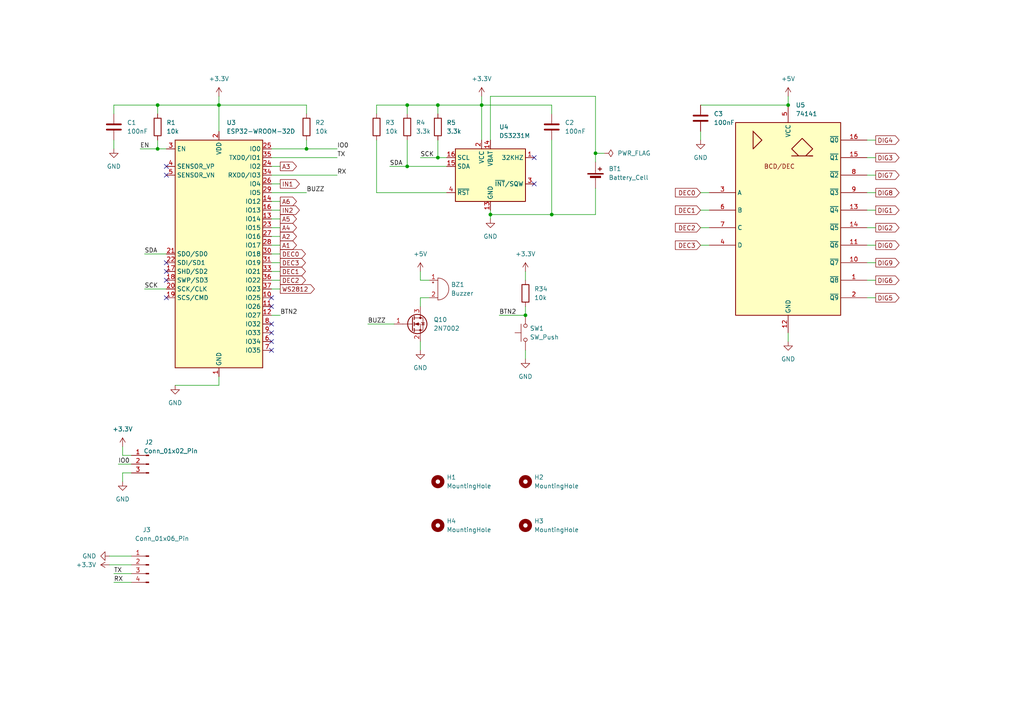
<source format=kicad_sch>
(kicad_sch (version 20230121) (generator eeschema)
  (paper "A4")
  (lib_symbols
    (symbol "74xx_IEEE:74141"
      (property "Reference" "U" (at 0 0 0))
      (property "Value" "74141" (at 15.24 -30.48 0))
      (symbol "74141_0_0"
        (polyline (pts (xy 7.112 18.288) (xy 6.096 18.288) (xy 6.096 18.288)) (stroke (width 0.254)) (fill (type background)))
        (polyline (pts (xy -10.16 25.4) (xy -10.16 20.32) (xy -7.62 22.86) (xy -10.16 25.4) (xy -10.16 25.4)) (stroke (width 0.254)) (fill (type background)))
        (polyline (pts (xy 5.08 18.288) (xy 7.112 20.32) (xy 4.064 23.368) (xy 1.016 20.32) (xy 3.048 18.288) (xy 1.016 18.288) (xy 7.112 18.288)) (stroke (width 0.254)) (fill (type background)))
        (text "BCD/DEC" (at -2.54 15.24 0) (effects (font (size 1.27 1.27))))
        (pin power_in line (at 0 -33.02 90) (length 5.08) (name "GND") (number "12"))
        (pin power_in line (at 0 33.02 270) (length 5.08) (name "VCC") (number "5"))
      )
      (symbol "74141_0_1"
        (rectangle (start -15.24 27.94) (end 15.24 -27.94) (stroke (width 0.254)) (fill (type background)))
      )
      (symbol "74141_1_1"
        (pin open_collector line (at 22.86 -17.78 180) (length 7.62) (name "~{Q8}") (number "1"))
        (pin open_collector line (at 22.86 -12.7 180) (length 7.62) (name "~{Q7}") (number "10"))
        (pin open_collector line (at 22.86 -7.62 180) (length 7.62) (name "~{Q6}") (number "11"))
        (pin open_collector line (at 22.86 2.54 180) (length 7.62) (name "~{Q4}") (number "13"))
        (pin open_collector line (at 22.86 -2.54 180) (length 7.62) (name "~{Q5}") (number "14"))
        (pin open_collector line (at 22.86 17.78 180) (length 7.62) (name "~{Q1}") (number "15"))
        (pin open_collector line (at 22.86 22.86 180) (length 7.62) (name "~{Q0}") (number "16"))
        (pin open_collector line (at 22.86 -22.86 180) (length 7.62) (name "~{Q9}") (number "2"))
        (pin input line (at -22.86 7.62 0) (length 7.62) (name "A") (number "3"))
        (pin input line (at -22.86 -7.62 0) (length 7.62) (name "D") (number "4"))
        (pin input line (at -22.86 2.54 0) (length 7.62) (name "B") (number "6"))
        (pin input line (at -22.86 -2.54 0) (length 7.62) (name "C") (number "7"))
        (pin open_collector line (at 22.86 12.7 180) (length 7.62) (name "~{Q2}") (number "8"))
        (pin open_collector line (at 22.86 7.62 180) (length 7.62) (name "~{Q3}") (number "9"))
      )
    )
    (symbol "Connector:Conn_01x03_Pin" (pin_names (offset 1.016) hide)
      (property "Reference" "J" (at 0 5.08 0))
      (property "Value" "Conn_01x03_Pin" (at 0 -5.08 0))
      (symbol "Conn_01x03_Pin_1_1"
        (polyline (pts (xy 1.27 -2.54) (xy 0.8636 -2.54)) (stroke (width 0.1524)))
        (polyline (pts (xy 1.27 0) (xy 0.8636 0)) (stroke (width 0.1524)))
        (polyline (pts (xy 1.27 2.54) (xy 0.8636 2.54)) (stroke (width 0.1524)))
        (rectangle (start 0.8636 -2.413) (end 0 -2.667) (stroke (width 0.1524)) (fill (type outline)))
        (rectangle (start 0.8636 0.127) (end 0 -0.127) (stroke (width 0.1524)) (fill (type outline)))
        (rectangle (start 0.8636 2.667) (end 0 2.413) (stroke (width 0.1524)) (fill (type outline)))
        (pin passive line (at 5.08 2.54 180) (length 3.81) (name "Pin_1") (number "1"))
        (pin passive line (at 5.08 0 180) (length 3.81) (name "Pin_2") (number "2"))
        (pin passive line (at 5.08 -2.54 180) (length 3.81) (name "Pin_3") (number "3"))
      )
    )
    (symbol "Connector:Conn_01x04_Pin" (pin_names (offset 1.016) hide)
      (property "Reference" "J" (at 0 5.08 0))
      (property "Value" "Conn_01x04_Pin" (at 0 -7.62 0))
      (symbol "Conn_01x04_Pin_1_1"
        (polyline (pts (xy 1.27 -5.08) (xy 0.8636 -5.08)) (stroke (width 0.1524)))
        (polyline (pts (xy 1.27 -2.54) (xy 0.8636 -2.54)) (stroke (width 0.1524)))
        (polyline (pts (xy 1.27 0) (xy 0.8636 0)) (stroke (width 0.1524)))
        (polyline (pts (xy 1.27 2.54) (xy 0.8636 2.54)) (stroke (width 0.1524)))
        (rectangle (start 0.8636 -4.953) (end 0 -5.207) (stroke (width 0.1524)) (fill (type outline)))
        (rectangle (start 0.8636 -2.413) (end 0 -2.667) (stroke (width 0.1524)) (fill (type outline)))
        (rectangle (start 0.8636 0.127) (end 0 -0.127) (stroke (width 0.1524)) (fill (type outline)))
        (rectangle (start 0.8636 2.667) (end 0 2.413) (stroke (width 0.1524)) (fill (type outline)))
        (pin passive line (at 5.08 2.54 180) (length 3.81) (name "Pin_1") (number "1"))
        (pin passive line (at 5.08 0 180) (length 3.81) (name "Pin_2") (number "2"))
        (pin passive line (at 5.08 -2.54 180) (length 3.81) (name "Pin_3") (number "3"))
        (pin passive line (at 5.08 -5.08 180) (length 3.81) (name "Pin_4") (number "4"))
      )
    )
    (symbol "Device:Battery_Cell" (pin_numbers hide) (pin_names (offset 0) hide)
      (property "Reference" "BT" (at 2.54 2.54 0))
      (property "Value" "Battery_Cell" (at 2.54 0 0))
      (symbol "Battery_Cell_0_1"
        (rectangle (start -2.286 1.778) (end 2.286 1.524) (fill (type outline)))
        (rectangle (start -1.524 1.016) (end 1.524 0.508) (fill (type outline)))
        (polyline (pts (xy 0 0.762) (xy 0 0)))
        (polyline (pts (xy 0 1.778) (xy 0 2.54)))
        (polyline (pts (xy 0.762 3.048) (xy 1.778 3.048)) (stroke (width 0.254)))
        (polyline (pts (xy 1.27 3.556) (xy 1.27 2.54)) (stroke (width 0.254)))
      )
      (symbol "Battery_Cell_1_1"
        (pin passive line (at 0 5.08 270) (length 2.54) (name "+") (number "1"))
        (pin passive line (at 0 -2.54 90) (length 2.54) (name "-") (number "2"))
      )
    )
    (symbol "Device:Buzzer" (pin_names (offset 0.0254) hide)
      (property "Reference" "BZ" (at 3.81 1.27 0))
      (property "Value" "Buzzer" (at 3.81 -1.27 0))
      (symbol "Buzzer_0_1"
        (arc (start 0 -3.175) (mid 3.1612 0) (end 0 3.175))
        (polyline (pts (xy -1.651 1.905) (xy -1.143 1.905)))
        (polyline (pts (xy -1.397 2.159) (xy -1.397 1.651)))
        (polyline (pts (xy 0 3.175) (xy 0 -3.175)))
      )
      (symbol "Buzzer_1_1"
        (pin passive line (at -2.54 2.54 0) (length 2.54) (name "+") (number "1"))
        (pin passive line (at -2.54 -2.54 0) (length 2.54) (name "-") (number "2"))
      )
    )
    (symbol "Device:C" (pin_numbers hide) (pin_names (offset 0.254))
      (property "Reference" "C" (at 0.635 2.54 0))
      (property "Value" "C" (at 0.635 -2.54 0))
      (symbol "C_0_1"
        (polyline (pts (xy -2.032 -0.762) (xy 2.032 -0.762)) (stroke (width 0.508)))
        (polyline (pts (xy -2.032 0.762) (xy 2.032 0.762)) (stroke (width 0.508)))
      )
      (symbol "C_1_1"
        (pin passive line (at 0 3.81 270) (length 2.794) (name "~") (number "1"))
        (pin passive line (at 0 -3.81 90) (length 2.794) (name "~") (number "2"))
      )
    )
    (symbol "Device:R" (pin_numbers hide) (pin_names (offset 0))
      (property "Reference" "R" (at 2.032 0 90))
      (property "Value" "R" (at 0 0 90))
      (symbol "R_0_1"
        (rectangle (start -1.016 -2.54) (end 1.016 2.54) (stroke (width 0.254)))
      )
      (symbol "R_1_1"
        (pin passive line (at 0 3.81 270) (length 1.27) (name "~") (number "1"))
        (pin passive line (at 0 -3.81 90) (length 1.27) (name "~") (number "2"))
      )
    )
    (symbol "Mechanical:MountingHole" (pin_names (offset 1.016))
      (property "Reference" "H" (at 0 5.08 0))
      (property "Value" "MountingHole" (at 0 3.175 0))
      (symbol "MountingHole_0_1"
        (circle (center 0 0) (radius 1.27) (stroke (width 1.27)))
      )
    )
    (symbol "RF_Module:ESP32-WROOM-32D"
      (property "Reference" "U" (at -12.7 34.29 0))
      (property "Value" "ESP32-WROOM-32D" (at 1.27 34.29 0))
      (symbol "ESP32-WROOM-32D_0_1"
        (rectangle (start -12.7 33.02) (end 12.7 -33.02) (stroke (width 0.254)) (fill (type background)))
      )
      (symbol "ESP32-WROOM-32D_1_1"
        (pin power_in line (at 0 -35.56 90) (length 2.54) (name "GND") (number "1"))
        (pin bidirectional line (at 15.24 -12.7 180) (length 2.54) (name "IO25") (number "10"))
        (pin bidirectional line (at 15.24 -15.24 180) (length 2.54) (name "IO26") (number "11"))
        (pin bidirectional line (at 15.24 -17.78 180) (length 2.54) (name "IO27") (number "12"))
        (pin bidirectional line (at 15.24 10.16 180) (length 2.54) (name "IO14") (number "13"))
        (pin bidirectional line (at 15.24 15.24 180) (length 2.54) (name "IO12") (number "14"))
        (pin passive line (at 0 -35.56 90) (length 2.54) hide (name "GND") (number "15"))
        (pin bidirectional line (at 15.24 12.7 180) (length 2.54) (name "IO13") (number "16"))
        (pin bidirectional line (at -15.24 -5.08 0) (length 2.54) (name "SHD/SD2") (number "17"))
        (pin bidirectional line (at -15.24 -7.62 0) (length 2.54) (name "SWP/SD3") (number "18"))
        (pin bidirectional line (at -15.24 -12.7 0) (length 2.54) (name "SCS/CMD") (number "19"))
        (pin power_in line (at 0 35.56 270) (length 2.54) (name "VDD") (number "2"))
        (pin bidirectional line (at -15.24 -10.16 0) (length 2.54) (name "SCK/CLK") (number "20"))
        (pin bidirectional line (at -15.24 0 0) (length 2.54) (name "SDO/SD0") (number "21"))
        (pin bidirectional line (at -15.24 -2.54 0) (length 2.54) (name "SDI/SD1") (number "22"))
        (pin bidirectional line (at 15.24 7.62 180) (length 2.54) (name "IO15") (number "23"))
        (pin bidirectional line (at 15.24 25.4 180) (length 2.54) (name "IO2") (number "24"))
        (pin bidirectional line (at 15.24 30.48 180) (length 2.54) (name "IO0") (number "25"))
        (pin bidirectional line (at 15.24 20.32 180) (length 2.54) (name "IO4") (number "26"))
        (pin bidirectional line (at 15.24 5.08 180) (length 2.54) (name "IO16") (number "27"))
        (pin bidirectional line (at 15.24 2.54 180) (length 2.54) (name "IO17") (number "28"))
        (pin bidirectional line (at 15.24 17.78 180) (length 2.54) (name "IO5") (number "29"))
        (pin input line (at -15.24 30.48 0) (length 2.54) (name "EN") (number "3"))
        (pin bidirectional line (at 15.24 0 180) (length 2.54) (name "IO18") (number "30"))
        (pin bidirectional line (at 15.24 -2.54 180) (length 2.54) (name "IO19") (number "31"))
        (pin no_connect line (at -12.7 -27.94 0) (length 2.54) hide (name "NC") (number "32"))
        (pin bidirectional line (at 15.24 -5.08 180) (length 2.54) (name "IO21") (number "33"))
        (pin bidirectional line (at 15.24 22.86 180) (length 2.54) (name "RXD0/IO3") (number "34"))
        (pin bidirectional line (at 15.24 27.94 180) (length 2.54) (name "TXD0/IO1") (number "35"))
        (pin bidirectional line (at 15.24 -7.62 180) (length 2.54) (name "IO22") (number "36"))
        (pin bidirectional line (at 15.24 -10.16 180) (length 2.54) (name "IO23") (number "37"))
        (pin passive line (at 0 -35.56 90) (length 2.54) hide (name "GND") (number "38"))
        (pin passive line (at 0 -35.56 90) (length 2.54) hide (name "GND") (number "39"))
        (pin input line (at -15.24 25.4 0) (length 2.54) (name "SENSOR_VP") (number "4"))
        (pin input line (at -15.24 22.86 0) (length 2.54) (name "SENSOR_VN") (number "5"))
        (pin input line (at 15.24 -25.4 180) (length 2.54) (name "IO34") (number "6"))
        (pin input line (at 15.24 -27.94 180) (length 2.54) (name "IO35") (number "7"))
        (pin bidirectional line (at 15.24 -20.32 180) (length 2.54) (name "IO32") (number "8"))
        (pin bidirectional line (at 15.24 -22.86 180) (length 2.54) (name "IO33") (number "9"))
      )
    )
    (symbol "Switch:SW_Push" (pin_numbers hide) (pin_names (offset 1.016) hide)
      (property "Reference" "SW" (at 1.27 2.54 0))
      (property "Value" "SW_Push" (at 0 -1.524 0))
      (symbol "SW_Push_0_1"
        (circle (center -2.032 0) (radius 0.508))
        (polyline (pts (xy 0 1.27) (xy 0 3.048)))
        (polyline (pts (xy 2.54 1.27) (xy -2.54 1.27)))
        (circle (center 2.032 0) (radius 0.508))
        (pin passive line (at -5.08 0 0) (length 2.54) (name "1") (number "1"))
        (pin passive line (at 5.08 0 180) (length 2.54) (name "2") (number "2"))
      )
    )
    (symbol "Timer_RTC:DS3231M"
      (property "Reference" "U" (at -7.62 8.89 0))
      (property "Value" "DS3231M" (at 10.16 8.89 0))
      (symbol "DS3231M_0_1"
        (rectangle (start -10.16 7.62) (end 10.16 -7.62) (stroke (width 0.254)) (fill (type background)))
      )
      (symbol "DS3231M_1_1"
        (pin open_collector line (at 12.7 5.08 180) (length 2.54) (name "32KHZ") (number "1"))
        (pin passive line (at 0 -10.16 90) (length 2.54) hide (name "GND") (number "10"))
        (pin passive line (at 0 -10.16 90) (length 2.54) hide (name "GND") (number "11"))
        (pin passive line (at 0 -10.16 90) (length 2.54) hide (name "GND") (number "12"))
        (pin power_in line (at 0 -10.16 90) (length 2.54) (name "GND") (number "13"))
        (pin power_in line (at 0 10.16 270) (length 2.54) (name "VBAT") (number "14"))
        (pin bidirectional line (at -12.7 2.54 0) (length 2.54) (name "SDA") (number "15"))
        (pin input line (at -12.7 5.08 0) (length 2.54) (name "SCL") (number "16"))
        (pin power_in line (at -2.54 10.16 270) (length 2.54) (name "VCC") (number "2"))
        (pin open_collector line (at 12.7 -2.54 180) (length 2.54) (name "~{INT}/SQW") (number "3"))
        (pin bidirectional line (at -12.7 -5.08 0) (length 2.54) (name "~{RST}") (number "4"))
        (pin passive line (at 0 -10.16 90) (length 2.54) hide (name "GND") (number "5"))
        (pin passive line (at 0 -10.16 90) (length 2.54) hide (name "GND") (number "6"))
        (pin passive line (at 0 -10.16 90) (length 2.54) hide (name "GND") (number "7"))
        (pin passive line (at 0 -10.16 90) (length 2.54) hide (name "GND") (number "8"))
        (pin passive line (at 0 -10.16 90) (length 2.54) hide (name "GND") (number "9"))
      )
    )
    (symbol "Transistor_FET:2N7002" (pin_names hide)
      (property "Reference" "Q" (at 5.08 1.905 0))
      (property "Value" "2N7002" (at 5.08 0 0))
      (symbol "2N7002_0_1"
        (polyline (pts (xy 0.254 0) (xy -2.54 0)))
        (polyline (pts (xy 0.254 1.905) (xy 0.254 -1.905)) (stroke (width 0.254)))
        (polyline (pts (xy 0.762 -1.27) (xy 0.762 -2.286)) (stroke (width 0.254)))
        (polyline (pts (xy 0.762 0.508) (xy 0.762 -0.508)) (stroke (width 0.254)))
        (polyline (pts (xy 0.762 2.286) (xy 0.762 1.27)) (stroke (width 0.254)))
        (polyline (pts (xy 2.54 2.54) (xy 2.54 1.778)))
        (polyline (pts (xy 2.54 -2.54) (xy 2.54 0) (xy 0.762 0)))
        (polyline (pts (xy 0.762 -1.778) (xy 3.302 -1.778) (xy 3.302 1.778) (xy 0.762 1.778)))
        (polyline (pts (xy 1.016 0) (xy 2.032 0.381) (xy 2.032 -0.381) (xy 1.016 0)) (fill (type outline)))
        (polyline (pts (xy 2.794 0.508) (xy 2.921 0.381) (xy 3.683 0.381) (xy 3.81 0.254)))
        (polyline (pts (xy 3.302 0.381) (xy 2.921 -0.254) (xy 3.683 -0.254) (xy 3.302 0.381)))
        (circle (center 1.651 0) (radius 2.794) (stroke (width 0.254)))
        (circle (center 2.54 -1.778) (radius 0.254) (fill (type outline)))
        (circle (center 2.54 1.778) (radius 0.254) (fill (type outline)))
      )
      (symbol "2N7002_1_1"
        (pin input line (at -5.08 0 0) (length 2.54) (name "G") (number "1"))
        (pin passive line (at 2.54 -5.08 90) (length 2.54) (name "S") (number "2"))
        (pin passive line (at 2.54 5.08 270) (length 2.54) (name "D") (number "3"))
      )
    )
    (symbol "power:+3.3V" (power) (pin_names (offset 0))
      (property "Value" "+3.3V" (at 0 3.556 0))
      (symbol "+3.3V_0_1"
        (polyline (pts (xy -0.762 1.27) (xy 0 2.54)))
        (polyline (pts (xy 0 0) (xy 0 2.54)))
        (polyline (pts (xy 0 2.54) (xy 0.762 1.27)))
      )
      (symbol "+3.3V_1_1"
        (pin power_in line (at 0 0 90) (length 0) hide (name "+3.3V") (number "1"))
      )
    )
    (symbol "power:+5V" (power) (pin_names (offset 0))
      (property "Value" "+5V" (at 0 3.556 0))
      (symbol "+5V_0_1"
        (polyline (pts (xy -0.762 1.27) (xy 0 2.54)))
        (polyline (pts (xy 0 0) (xy 0 2.54)))
        (polyline (pts (xy 0 2.54) (xy 0.762 1.27)))
      )
      (symbol "+5V_1_1"
        (pin power_in line (at 0 0 90) (length 0) hide (name "+5V") (number "1"))
      )
    )
    (symbol "power:GND" (power) (pin_names (offset 0))
      (property "Value" "GND" (at 0 -3.81 0))
      (symbol "GND_0_1"
        (polyline (pts (xy 0 0) (xy 0 -1.27) (xy 1.27 -1.27) (xy 0 -2.54) (xy -1.27 -1.27) (xy 0 -1.27)))
      )
      (symbol "GND_1_1"
        (pin power_in line (at 0 0 270) (length 0) hide (name "GND") (number "1"))
      )
    )
    (symbol "power:PWR_FLAG" (power) (pin_numbers hide) (pin_names (offset 0) hide)
      (property "Value" "PWR_FLAG" (at 0 3.81 0))
      (symbol "PWR_FLAG_0_0"
        (pin power_out line (at 0 0 90) (length 0) (name "pwr") (number "1"))
      )
      (symbol "PWR_FLAG_0_1"
        (polyline (pts (xy 0 0) (xy 0 1.27) (xy -1.016 1.905) (xy 0 2.54) (xy 1.016 1.905) (xy 0 1.27)))
      )
    )
  )
  (junction (at 152.4 91.44))
  (junction (at 139.7 30.48))
  (junction (at 127 45.72))
  (junction (at 172.72 44.45))
  (junction (at 228.6 30.48))
  (junction (at 118.11 48.26))
  (junction (at 118.11 30.48))
  (junction (at 142.24 62.23))
  (junction (at 45.72 30.48))
  (junction (at 63.5 30.48))
  (junction (at 127 30.48))
  (junction (at 88.9 43.18))
  (junction (at 45.72 43.18))
  (junction (at 160.02 62.23))
  (no_connect (at 48.26 48.26))
  (no_connect (at 154.94 53.34))
  (no_connect (at 78.74 99.06))
  (no_connect (at 48.26 76.2))
  (no_connect (at 48.26 50.8))
  (no_connect (at 78.74 86.36))
  (no_connect (at 48.26 81.28))
  (no_connect (at 78.74 101.6))
  (no_connect (at 78.74 88.9))
  (no_connect (at 78.74 93.98))
  (no_connect (at 48.26 78.74))
  (no_connect (at 154.94 45.72))
  (no_connect (at 48.26 86.36))
  (no_connect (at 78.74 96.52))
  (wire (pts (xy 251.46 71.12) (xy 254 71.12)))
  (wire (pts (xy 78.74 63.5) (xy 81.28 63.5)))
  (wire (pts (xy 78.74 60.96) (xy 81.28 60.96)))
  (wire (pts (xy 152.4 88.9) (xy 152.4 91.44)))
  (wire (pts (xy 251.46 60.96) (xy 254 60.96)))
  (wire (pts (xy 121.92 45.72) (xy 127 45.72)))
  (wire (pts (xy 78.74 50.8) (xy 97.79 50.8)))
  (wire (pts (xy 109.22 30.48) (xy 109.22 33.02)))
  (wire (pts (xy 78.74 66.04) (xy 81.28 66.04)))
  (wire (pts (xy 118.11 48.26) (xy 129.54 48.26)))
  (wire (pts (xy 172.72 44.45) (xy 172.72 27.94)))
  (wire (pts (xy 142.24 60.96) (xy 142.24 62.23)))
  (wire (pts (xy 139.7 27.94) (xy 139.7 30.48)))
  (wire (pts (xy 152.4 78.74) (xy 152.4 81.28)))
  (wire (pts (xy 118.11 30.48) (xy 118.11 33.02)))
  (wire (pts (xy 121.92 86.36) (xy 121.92 88.9)))
  (wire (pts (xy 78.74 45.72) (xy 97.79 45.72)))
  (wire (pts (xy 139.7 30.48) (xy 160.02 30.48)))
  (wire (pts (xy 203.2 30.48) (xy 228.6 30.48)))
  (wire (pts (xy 78.74 55.88) (xy 88.9 55.88)))
  (wire (pts (xy 160.02 62.23) (xy 142.24 62.23)))
  (wire (pts (xy 33.02 166.37) (xy 38.1 166.37)))
  (wire (pts (xy 109.22 30.48) (xy 118.11 30.48)))
  (wire (pts (xy 251.46 86.36) (xy 254 86.36)))
  (wire (pts (xy 63.5 109.22) (xy 63.5 111.76)))
  (wire (pts (xy 31.75 163.83) (xy 38.1 163.83)))
  (wire (pts (xy 78.74 58.42) (xy 81.28 58.42)))
  (wire (pts (xy 172.72 27.94) (xy 142.24 27.94)))
  (wire (pts (xy 33.02 30.48) (xy 45.72 30.48)))
  (wire (pts (xy 40.64 43.18) (xy 45.72 43.18)))
  (wire (pts (xy 251.46 50.8) (xy 254 50.8)))
  (wire (pts (xy 203.2 38.1) (xy 203.2 40.64)))
  (wire (pts (xy 172.72 54.61) (xy 172.72 62.23)))
  (wire (pts (xy 41.91 83.82) (xy 48.26 83.82)))
  (wire (pts (xy 34.29 134.62) (xy 38.1 134.62)))
  (wire (pts (xy 78.74 78.74) (xy 81.28 78.74)))
  (wire (pts (xy 124.46 86.36) (xy 121.92 86.36)))
  (wire (pts (xy 160.02 33.02) (xy 160.02 30.48)))
  (wire (pts (xy 88.9 30.48) (xy 63.5 30.48)))
  (wire (pts (xy 109.22 55.88) (xy 129.54 55.88)))
  (wire (pts (xy 251.46 40.64) (xy 254 40.64)))
  (wire (pts (xy 172.72 46.99) (xy 172.72 44.45)))
  (wire (pts (xy 63.5 30.48) (xy 63.5 38.1)))
  (wire (pts (xy 33.02 40.64) (xy 33.02 43.18)))
  (wire (pts (xy 33.02 33.02) (xy 33.02 30.48)))
  (wire (pts (xy 33.02 168.91) (xy 38.1 168.91)))
  (wire (pts (xy 78.74 71.12) (xy 81.28 71.12)))
  (wire (pts (xy 251.46 55.88) (xy 254 55.88)))
  (wire (pts (xy 203.2 71.12) (xy 205.74 71.12)))
  (wire (pts (xy 31.75 161.29) (xy 38.1 161.29)))
  (wire (pts (xy 203.2 66.04) (xy 205.74 66.04)))
  (wire (pts (xy 35.56 139.7) (xy 35.56 137.16)))
  (wire (pts (xy 142.24 27.94) (xy 142.24 40.64)))
  (wire (pts (xy 88.9 33.02) (xy 88.9 30.48)))
  (wire (pts (xy 251.46 66.04) (xy 254 66.04)))
  (wire (pts (xy 203.2 60.96) (xy 205.74 60.96)))
  (wire (pts (xy 127 45.72) (xy 129.54 45.72)))
  (wire (pts (xy 38.1 132.08) (xy 35.56 132.08)))
  (wire (pts (xy 78.74 48.26) (xy 81.28 48.26)))
  (wire (pts (xy 78.74 76.2) (xy 81.28 76.2)))
  (wire (pts (xy 88.9 40.64) (xy 88.9 43.18)))
  (wire (pts (xy 139.7 30.48) (xy 139.7 40.64)))
  (wire (pts (xy 172.72 62.23) (xy 160.02 62.23)))
  (wire (pts (xy 113.03 48.26) (xy 118.11 48.26)))
  (wire (pts (xy 45.72 30.48) (xy 63.5 30.48)))
  (wire (pts (xy 144.78 91.44) (xy 152.4 91.44)))
  (wire (pts (xy 78.74 83.82) (xy 81.28 83.82)))
  (wire (pts (xy 228.6 27.94) (xy 228.6 30.48)))
  (wire (pts (xy 88.9 43.18) (xy 97.79 43.18)))
  (wire (pts (xy 78.74 81.28) (xy 81.28 81.28)))
  (wire (pts (xy 121.92 81.28) (xy 124.46 81.28)))
  (wire (pts (xy 127 30.48) (xy 127 33.02)))
  (wire (pts (xy 45.72 30.48) (xy 45.72 33.02)))
  (wire (pts (xy 127 30.48) (xy 139.7 30.48)))
  (wire (pts (xy 251.46 45.72) (xy 254 45.72)))
  (wire (pts (xy 121.92 99.06) (xy 121.92 101.6)))
  (wire (pts (xy 63.5 111.76) (xy 50.8 111.76)))
  (wire (pts (xy 41.91 73.66) (xy 48.26 73.66)))
  (wire (pts (xy 251.46 76.2) (xy 254 76.2)))
  (wire (pts (xy 127 40.64) (xy 127 45.72)))
  (wire (pts (xy 121.92 78.74) (xy 121.92 81.28)))
  (wire (pts (xy 35.56 132.08) (xy 35.56 129.54)))
  (wire (pts (xy 78.74 53.34) (xy 81.28 53.34)))
  (wire (pts (xy 63.5 27.94) (xy 63.5 30.48)))
  (wire (pts (xy 106.68 93.98) (xy 114.3 93.98)))
  (wire (pts (xy 172.72 44.45) (xy 175.26 44.45)))
  (wire (pts (xy 78.74 43.18) (xy 88.9 43.18)))
  (wire (pts (xy 118.11 40.64) (xy 118.11 48.26)))
  (wire (pts (xy 203.2 55.88) (xy 205.74 55.88)))
  (wire (pts (xy 78.74 91.44) (xy 81.28 91.44)))
  (wire (pts (xy 160.02 40.64) (xy 160.02 62.23)))
  (wire (pts (xy 45.72 40.64) (xy 45.72 43.18)))
  (wire (pts (xy 45.72 43.18) (xy 48.26 43.18)))
  (wire (pts (xy 251.46 81.28) (xy 254 81.28)))
  (wire (pts (xy 152.4 101.6) (xy 152.4 104.14)))
  (wire (pts (xy 78.74 68.58) (xy 81.28 68.58)))
  (wire (pts (xy 228.6 96.52) (xy 228.6 99.06)))
  (wire (pts (xy 109.22 40.64) (xy 109.22 55.88)))
  (wire (pts (xy 118.11 30.48) (xy 127 30.48)))
  (wire (pts (xy 35.56 137.16) (xy 38.1 137.16)))
  (wire (pts (xy 142.24 62.23) (xy 142.24 63.5)))
  (wire (pts (xy 78.74 73.66) (xy 81.28 73.66)))
  (label "TX" (at 33.02 166.37 0))
  (label "SDA" (at 113.03 48.26 0))
  (label "SCK" (at 121.92 45.72 0))
  (label "BUZZ" (at 106.68 93.98 0))
  (label "IO0" (at 97.79 43.18 0))
  (label "BUZZ" (at 88.9 55.88 0))
  (label "BTN2" (at 81.28 91.44 0))
  (label "TX" (at 97.79 45.72 0))
  (label "BTN2" (at 144.78 91.44 0))
  (label "EN" (at 40.64 43.18 0))
  (label "SCK" (at 41.91 83.82 0))
  (label "IO0" (at 34.29 134.62 0))
  (label "RX" (at 33.02 168.91 0))
  (label "RX" (at 97.79 50.8 0))
  (label "SDA" (at 41.91 73.66 0))
  (global_label "DIG9" (shape output) (at 254 76.2 0) (property "Intersheetrefs" "${INTERSHEET_REFS}" (effects hide)))
  (global_label "IN2" (shape output) (at 81.28 60.96 0) (property "Intersheetrefs" "${INTERSHEET_REFS}" (effects hide)))
  (global_label "DEC3" (shape output) (at 81.28 76.2 0) (property "Intersheetrefs" "${INTERSHEET_REFS}" (effects hide)))
  (global_label "DIG0" (shape output) (at 254 71.12 0) (property "Intersheetrefs" "${INTERSHEET_REFS}" (effects hide)))
  (global_label "DIG7" (shape output) (at 254 50.8 0) (property "Intersheetrefs" "${INTERSHEET_REFS}" (effects hide)))
  (global_label "DIG3" (shape output) (at 254 45.72 0) (property "Intersheetrefs" "${INTERSHEET_REFS}" (effects hide)))
  (global_label "A1" (shape output) (at 81.28 71.12 0) (property "Intersheetrefs" "${INTERSHEET_REFS}" (effects hide)))
  (global_label "DIG8" (shape output) (at 254 55.88 0) (property "Intersheetrefs" "${INTERSHEET_REFS}" (effects hide)))
  (global_label "DEC2" (shape input) (at 203.2 66.04 180) (property "Intersheetrefs" "${INTERSHEET_REFS}" (effects hide)))
  (global_label "IN1" (shape output) (at 81.28 53.34 0) (property "Intersheetrefs" "${INTERSHEET_REFS}" (effects hide)))
  (global_label "A5" (shape output) (at 81.28 63.5 0) (property "Intersheetrefs" "${INTERSHEET_REFS}" (effects hide)))
  (global_label "DEC1" (shape output) (at 81.28 78.74 0) (property "Intersheetrefs" "${INTERSHEET_REFS}" (effects hide)))
  (global_label "DIG1" (shape output) (at 254 60.96 0) (property "Intersheetrefs" "${INTERSHEET_REFS}" (effects hide)))
  (global_label "DIG2" (shape output) (at 254 66.04 0) (property "Intersheetrefs" "${INTERSHEET_REFS}" (effects hide)))
  (global_label "DEC1" (shape input) (at 203.2 60.96 180) (property "Intersheetrefs" "${INTERSHEET_REFS}" (effects hide)))
  (global_label "DEC0" (shape input) (at 203.2 55.88 180) (property "Intersheetrefs" "${INTERSHEET_REFS}" (effects hide)))
  (global_label "DEC2" (shape output) (at 81.28 81.28 0) (property "Intersheetrefs" "${INTERSHEET_REFS}" (effects hide)))
  (global_label "DIG4" (shape output) (at 254 40.64 0) (property "Intersheetrefs" "${INTERSHEET_REFS}" (effects hide)))
  (global_label "DIG6" (shape output) (at 254 81.28 0) (property "Intersheetrefs" "${INTERSHEET_REFS}" (effects hide)))
  (global_label "WS2812" (shape output) (at 81.28 83.82 0) (property "Intersheetrefs" "${INTERSHEET_REFS}" (effects hide)))
  (global_label "A2" (shape output) (at 81.28 68.58 0) (property "Intersheetrefs" "${INTERSHEET_REFS}" (effects hide)))
  (global_label "DIG5" (shape output) (at 254 86.36 0) (property "Intersheetrefs" "${INTERSHEET_REFS}" (effects hide)))
  (global_label "A3" (shape output) (at 81.28 48.26 0) (property "Intersheetrefs" "${INTERSHEET_REFS}" (effects hide)))
  (global_label "A6" (shape output) (at 81.28 58.42 0) (property "Intersheetrefs" "${INTERSHEET_REFS}" (effects hide)))
  (global_label "A4" (shape output) (at 81.28 66.04 0) (property "Intersheetrefs" "${INTERSHEET_REFS}" (effects hide)))
  (global_label "DEC0" (shape output) (at 81.28 73.66 0) (property "Intersheetrefs" "${INTERSHEET_REFS}" (effects hide)))
  (global_label "DEC3" (shape input) (at 203.2 71.12 180) (property "Intersheetrefs" "${INTERSHEET_REFS}" (effects hide)))
  (symbol (lib_id "Device:R") (at 152.4 85.09 0) (unit 1)
    (property "Reference" "R34" (at 154.94 83.82 0) (effects (justify left)))
    (property "Value" "10k" (at 154.94 86.36 0) (effects (justify left)))
    (property "Footprint" "Resistor_SMD:R_0805_2012Metric_Pad1.20x1.40mm_HandSolder" (effects hide))
  )
  (symbol (lib_id "Device:Battery_Cell") (at 172.72 52.07 0) (unit 1)
    (property "Reference" "BT1" (at 176.53 48.9585 0) (effects (justify left)))
    (property "Value" "Battery_Cell" (at 176.53 51.4985 0) (effects (justify left)))
    (property "Footprint" "project_library:CR1220_battery_holder" (effects hide))
  )
  (symbol (lib_id "power:GND") (at 203.2 40.64 0) (unit 1)
    (property "Reference" "#PWR020" (effects hide))
    (property "Value" "GND" (at 203.2 45.72 0))
  )
  (symbol (lib_id "Device:C") (at 33.02 36.83 0) (unit 1)
    (property "Reference" "C1" (at 36.83 35.56 0) (effects (justify left)))
    (property "Value" "100nF" (at 36.83 38.1 0) (effects (justify left)))
    (property "Footprint" "Capacitor_SMD:C_0805_2012Metric_Pad1.18x1.45mm_HandSolder" (effects hide))
  )
  (symbol (lib_id "Mechanical:MountingHole") (at 152.4 152.4 0) (unit 1)
    (property "Reference" "H3" (at 154.94 151.13 0) (effects (justify left)))
    (property "Value" "MountingHole" (at 154.94 153.67 0) (effects (justify left)))
    (property "Footprint" "MountingHole:MountingHole_3.2mm_M3" (effects hide))
  )
  (symbol (lib_id "RF_Module:ESP32-WROOM-32D") (at 63.5 73.66 0) (unit 1)
    (property "Reference" "U3" (at 65.6941 35.56 0) (effects (justify left)))
    (property "Value" "ESP32-WROOM-32D" (at 65.6941 38.1 0) (effects (justify left)))
    (property "Footprint" "RF_Module:ESP32-WROOM-32D" (effects hide))
    (property "Datasheet" "https://www.espressif.com/sites/default/files/documentation/esp32-wroom-32d_esp32-wroom-32u_datasheet_en.pdf" (effects hide))
  )
  (symbol (lib_id "power:GND") (at 152.4 104.14 0) (unit 1)
    (property "Reference" "#PWR027" (effects hide))
    (property "Value" "GND" (at 152.4 109.22 0))
  )
  (symbol (lib_id "Switch:SW_Push") (at 152.4 96.52 90) (unit 1)
    (property "Reference" "SW1" (at 153.67 95.25 90) (effects (justify right)))
    (property "Value" "SW_Push" (at 153.67 97.79 90) (effects (justify right)))
    (property "Footprint" "Button_Switch_SMD:SW_Push_1P1T_NO_6x6mm_H9.5mm" (effects hide))
  )
  (symbol (lib_id "Timer_RTC:DS3231M") (at 142.24 50.8 0) (unit 1)
    (property "Reference" "U4" (at 144.78 36.83 0) (effects (justify left)))
    (property "Value" "DS3231M" (at 144.78 39.37 0) (effects (justify left)))
    (property "Footprint" "Package_SO:SOIC-16W_7.5x10.3mm_P1.27mm" (effects hide))
    (property "Datasheet" "http://datasheets.maximintegrated.com/en/ds/DS3231.pdf" (effects hide))
  )
  (symbol (lib_id "Transistor_FET:2N7002") (at 119.38 93.98 0) (unit 1)
    (property "Reference" "Q10" (at 125.73 92.71 0) (effects (justify left)))
    (property "Value" "2N7002" (at 125.73 95.25 0) (effects (justify left)))
    (property "Footprint" "Package_TO_SOT_SMD:SOT-23" (effects hide))
    (property "Datasheet" "https://www.onsemi.com/pub/Collateral/NDS7002A-D.PDF" (effects hide))
  )
  (symbol (lib_id "power:+3.3V") (at 63.5 27.94 0) (unit 1)
    (property "Reference" "#PWR08" (effects hide))
    (property "Value" "+3.3V" (at 63.5 22.86 0))
  )
  (symbol (lib_id "power:+5V") (at 121.92 78.74 0) (unit 1)
    (property "Reference" "#PWR030" (effects hide))
    (property "Value" "+5V" (at 121.92 73.66 0))
  )
  (symbol (lib_id "Device:R") (at 127 36.83 0) (unit 1)
    (property "Reference" "R5" (at 129.54 35.56 0) (effects (justify left)))
    (property "Value" "3.3k" (at 129.54 38.1 0) (effects (justify left)))
    (property "Footprint" "Resistor_SMD:R_0805_2012Metric_Pad1.20x1.40mm_HandSolder" (effects hide))
  )
  (symbol (lib_id "Mechanical:MountingHole") (at 127 152.4 0) (unit 1)
    (property "Reference" "H4" (at 129.54 151.13 0) (effects (justify left)))
    (property "Value" "MountingHole" (at 129.54 153.67 0) (effects (justify left)))
    (property "Footprint" "MountingHole:MountingHole_3.2mm_M3" (effects hide))
  )
  (symbol (lib_id "power:GND") (at 35.56 139.7 0) (unit 1)
    (property "Reference" "#PWR012" (effects hide))
    (property "Value" "GND" (at 35.56 144.78 0))
  )
  (symbol (lib_id "Mechanical:MountingHole") (at 152.4 139.7 0) (unit 1)
    (property "Reference" "H2" (at 154.94 138.43 0) (effects (justify left)))
    (property "Value" "MountingHole" (at 154.94 140.97 0) (effects (justify left)))
    (property "Footprint" "MountingHole:MountingHole_3.2mm_M3" (effects hide))
  )
  (symbol (lib_id "power:GND") (at 121.92 101.6 0) (unit 1)
    (property "Reference" "#PWR031" (effects hide))
    (property "Value" "GND" (at 121.92 106.68 0))
  )
  (symbol (lib_id "power:+3.3V") (at 139.7 27.94 0) (unit 1)
    (property "Reference" "#PWR011" (effects hide))
    (property "Value" "+3.3V" (at 139.7 22.86 0))
  )
  (symbol (lib_id "Device:R") (at 109.22 36.83 0) (unit 1)
    (property "Reference" "R3" (at 111.76 35.56 0) (effects (justify left)))
    (property "Value" "10k" (at 111.76 38.1 0) (effects (justify left)))
    (property "Footprint" "Resistor_SMD:R_0805_2012Metric_Pad1.20x1.40mm_HandSolder" (effects hide))
  )
  (symbol (lib_id "power:+3.3V") (at 31.75 163.83 90) (unit 1)
    (property "Reference" "#PWR014" (effects hide))
    (property "Value" "+3.3V" (at 27.94 163.83 90) (effects (justify left)))
  )
  (symbol (lib_id "Connector:Conn_01x04_Pin") (at 43.18 163.83 0) (mirror y) (unit 1)
    (property "Reference" "J3" (at 42.545 153.67 0))
    (property "Value" "Conn_01x06_Pin" (at 46.99 156.21 0))
    (property "Footprint" "Connector_PinHeader_2.54mm:PinHeader_1x04_P2.54mm_Vertical" (effects hide))
  )
  (symbol (lib_id "power:GND") (at 33.02 43.18 0) (unit 1)
    (property "Reference" "#PWR019" (effects hide))
    (property "Value" "GND" (at 33.02 48.26 0))
  )
  (symbol (lib_id "Device:R") (at 45.72 36.83 0) (unit 1)
    (property "Reference" "R1" (at 48.26 35.56 0) (effects (justify left)))
    (property "Value" "10k" (at 48.26 38.1 0) (effects (justify left)))
    (property "Footprint" "Resistor_SMD:R_0805_2012Metric_Pad1.20x1.40mm_HandSolder" (effects hide))
  )
  (symbol (lib_id "Device:R") (at 118.11 36.83 0) (unit 1)
    (property "Reference" "R4" (at 120.65 35.56 0) (effects (justify left)))
    (property "Value" "3.3k" (at 120.65 38.1 0) (effects (justify left)))
    (property "Footprint" "Resistor_SMD:R_0805_2012Metric_Pad1.20x1.40mm_HandSolder" (effects hide))
  )
  (symbol (lib_id "Device:Buzzer") (at 127 83.82 0) (unit 1)
    (property "Reference" "BZ1" (at 130.81 82.55 0) (effects (justify left)))
    (property "Value" "Buzzer" (at 130.81 85.09 0) (effects (justify left)))
    (property "Footprint" "Buzzer_Beeper:MagneticBuzzer_PUI_AT-0927-TT-6-R" (effects hide))
  )
  (symbol (lib_id "power:GND") (at 228.6 99.06 0) (unit 1)
    (property "Reference" "#PWR023" (effects hide))
    (property "Value" "GND" (at 228.6 104.14 0))
  )
  (symbol (lib_id "74xx_IEEE:74141") (at 228.6 63.5 0) (unit 1)
    (property "Reference" "U5" (at 230.7941 30.48 0) (effects (justify left)))
    (property "Value" "74141" (at 230.7941 33.02 0) (effects (justify left)))
    (property "Footprint" "Package_DIP:DIP-16_W7.62mm" (effects hide))
  )
  (symbol (lib_id "Mechanical:MountingHole") (at 127 139.7 0) (unit 1)
    (property "Reference" "H1" (at 129.54 138.43 0) (effects (justify left)))
    (property "Value" "MountingHole" (at 129.54 140.97 0) (effects (justify left)))
    (property "Footprint" "MountingHole:MountingHole_3.2mm_M3" (effects hide))
  )
  (symbol (lib_id "Device:C") (at 203.2 34.29 0) (unit 1)
    (property "Reference" "C3" (at 207.01 33.02 0) (effects (justify left)))
    (property "Value" "100nF" (at 207.01 35.56 0) (effects (justify left)))
    (property "Footprint" "Capacitor_SMD:C_0805_2012Metric_Pad1.18x1.45mm_HandSolder" (effects hide))
  )
  (symbol (lib_id "Connector:Conn_01x03_Pin") (at 43.18 134.62 0) (mirror y) (unit 1)
    (property "Reference" "J2" (at 43.18 128.27 0))
    (property "Value" "Conn_01x02_Pin" (at 49.53 130.81 0))
    (property "Footprint" "Connector_PinHeader_2.54mm:PinHeader_1x03_P2.54mm_Vertical" (effects hide))
  )
  (symbol (lib_id "power:+5V") (at 228.6 27.94 0) (unit 1)
    (property "Reference" "#PWR024" (effects hide))
    (property "Value" "+5V" (at 228.6 22.86 0))
  )
  (symbol (lib_id "power:GND") (at 142.24 63.5 0) (unit 1)
    (property "Reference" "#PWR010" (effects hide))
    (property "Value" "GND" (at 142.24 68.58 0))
  )
  (symbol (lib_id "power:+3.3V") (at 152.4 78.74 0) (unit 1)
    (property "Reference" "#PWR022" (effects hide))
    (property "Value" "+3.3V" (at 152.4 73.66 0))
  )
  (symbol (lib_id "Device:R") (at 88.9 36.83 0) (unit 1)
    (property "Reference" "R2" (at 91.44 35.56 0) (effects (justify left)))
    (property "Value" "10k" (at 91.44 38.1 0) (effects (justify left)))
    (property "Footprint" "Resistor_SMD:R_0805_2012Metric_Pad1.20x1.40mm_HandSolder" (effects hide))
  )
  (symbol (lib_id "Device:C") (at 160.02 36.83 0) (unit 1)
    (property "Reference" "C2" (at 163.83 35.56 0) (effects (justify left)))
    (property "Value" "100nF" (at 163.83 38.1 0) (effects (justify left)))
    (property "Footprint" "Capacitor_SMD:C_0805_2012Metric_Pad1.18x1.45mm_HandSolder" (effects hide))
  )
  (symbol (lib_id "power:GND") (at 50.8 111.76 0) (unit 1)
    (property "Reference" "#PWR09" (effects hide))
    (property "Value" "GND" (at 50.8 116.84 0))
  )
  (symbol (lib_id "power:GND") (at 31.75 161.29 270) (unit 1)
    (property "Reference" "#PWR013" (effects hide))
    (property "Value" "GND" (at 27.94 161.29 90) (effects (justify right)))
  )
  (symbol (lib_id "power:+3.3V") (at 35.56 129.54 0) (unit 1)
    (property "Reference" "#PWR032" (effects hide))
    (property "Value" "+3.3V" (at 35.56 124.46 0))
  )
  (symbol (lib_id "power:PWR_FLAG") (at 175.26 44.45 270) (unit 1)
    (property "Reference" "#FLG03" (effects hide))
    (property "Value" "PWR_FLAG" (at 179.07 44.45 90) (effects (justify left)))
  )
)
</source>
